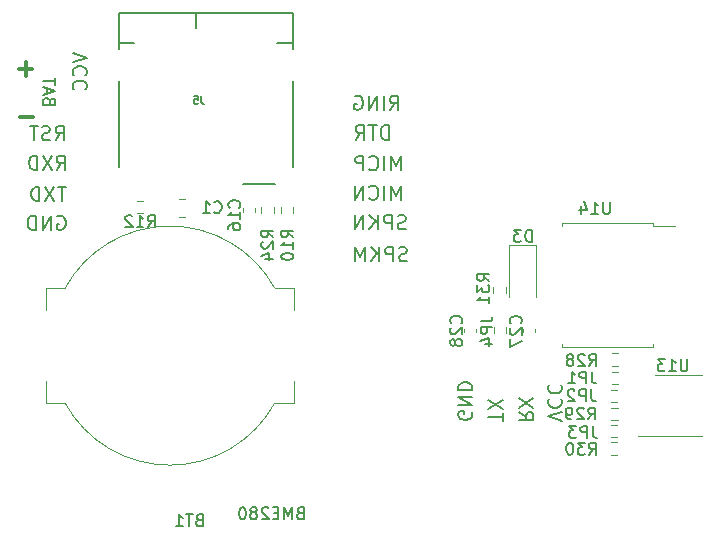
<source format=gbr>
%TF.GenerationSoftware,KiCad,Pcbnew,8.0.6*%
%TF.CreationDate,2024-11-01T17:42:55+02:00*%
%TF.ProjectId,gps_tracer,6770735f-7472-4616-9365-722e6b696361,rev?*%
%TF.SameCoordinates,Original*%
%TF.FileFunction,Legend,Bot*%
%TF.FilePolarity,Positive*%
%FSLAX46Y46*%
G04 Gerber Fmt 4.6, Leading zero omitted, Abs format (unit mm)*
G04 Created by KiCad (PCBNEW 8.0.6) date 2024-11-01 17:42:55*
%MOMM*%
%LPD*%
G01*
G04 APERTURE LIST*
%ADD10C,0.150000*%
%ADD11C,0.300000*%
%ADD12C,0.200000*%
%ADD13C,0.120000*%
G04 APERTURE END LIST*
D10*
X52083990Y-44409887D02*
X52036371Y-44267030D01*
X52036371Y-44267030D02*
X51988752Y-44219411D01*
X51988752Y-44219411D02*
X51893514Y-44171792D01*
X51893514Y-44171792D02*
X51750657Y-44171792D01*
X51750657Y-44171792D02*
X51655419Y-44219411D01*
X51655419Y-44219411D02*
X51607800Y-44267030D01*
X51607800Y-44267030D02*
X51560180Y-44362268D01*
X51560180Y-44362268D02*
X51560180Y-44743220D01*
X51560180Y-44743220D02*
X52560180Y-44743220D01*
X52560180Y-44743220D02*
X52560180Y-44409887D01*
X52560180Y-44409887D02*
X52512561Y-44314649D01*
X52512561Y-44314649D02*
X52464942Y-44267030D01*
X52464942Y-44267030D02*
X52369704Y-44219411D01*
X52369704Y-44219411D02*
X52274466Y-44219411D01*
X52274466Y-44219411D02*
X52179228Y-44267030D01*
X52179228Y-44267030D02*
X52131609Y-44314649D01*
X52131609Y-44314649D02*
X52083990Y-44409887D01*
X52083990Y-44409887D02*
X52083990Y-44743220D01*
X51845895Y-43790839D02*
X51845895Y-43314649D01*
X51560180Y-43886077D02*
X52560180Y-43552744D01*
X52560180Y-43552744D02*
X51560180Y-43219411D01*
X52560180Y-43028934D02*
X52560180Y-42457506D01*
X51560180Y-42743220D02*
X52560180Y-42743220D01*
D11*
X50635489Y-41719400D02*
X49492632Y-41719400D01*
X50064060Y-42290828D02*
X50064060Y-41147971D01*
X50705489Y-45749400D02*
X49562632Y-45749400D01*
D10*
X73270952Y-79301009D02*
X73128095Y-79348628D01*
X73128095Y-79348628D02*
X73080476Y-79396247D01*
X73080476Y-79396247D02*
X73032857Y-79491485D01*
X73032857Y-79491485D02*
X73032857Y-79634342D01*
X73032857Y-79634342D02*
X73080476Y-79729580D01*
X73080476Y-79729580D02*
X73128095Y-79777200D01*
X73128095Y-79777200D02*
X73223333Y-79824819D01*
X73223333Y-79824819D02*
X73604285Y-79824819D01*
X73604285Y-79824819D02*
X73604285Y-78824819D01*
X73604285Y-78824819D02*
X73270952Y-78824819D01*
X73270952Y-78824819D02*
X73175714Y-78872438D01*
X73175714Y-78872438D02*
X73128095Y-78920057D01*
X73128095Y-78920057D02*
X73080476Y-79015295D01*
X73080476Y-79015295D02*
X73080476Y-79110533D01*
X73080476Y-79110533D02*
X73128095Y-79205771D01*
X73128095Y-79205771D02*
X73175714Y-79253390D01*
X73175714Y-79253390D02*
X73270952Y-79301009D01*
X73270952Y-79301009D02*
X73604285Y-79301009D01*
X72604285Y-79824819D02*
X72604285Y-78824819D01*
X72604285Y-78824819D02*
X72270952Y-79539104D01*
X72270952Y-79539104D02*
X71937619Y-78824819D01*
X71937619Y-78824819D02*
X71937619Y-79824819D01*
X71461428Y-79301009D02*
X71128095Y-79301009D01*
X70985238Y-79824819D02*
X71461428Y-79824819D01*
X71461428Y-79824819D02*
X71461428Y-78824819D01*
X71461428Y-78824819D02*
X70985238Y-78824819D01*
X70604285Y-78920057D02*
X70556666Y-78872438D01*
X70556666Y-78872438D02*
X70461428Y-78824819D01*
X70461428Y-78824819D02*
X70223333Y-78824819D01*
X70223333Y-78824819D02*
X70128095Y-78872438D01*
X70128095Y-78872438D02*
X70080476Y-78920057D01*
X70080476Y-78920057D02*
X70032857Y-79015295D01*
X70032857Y-79015295D02*
X70032857Y-79110533D01*
X70032857Y-79110533D02*
X70080476Y-79253390D01*
X70080476Y-79253390D02*
X70651904Y-79824819D01*
X70651904Y-79824819D02*
X70032857Y-79824819D01*
X69461428Y-79253390D02*
X69556666Y-79205771D01*
X69556666Y-79205771D02*
X69604285Y-79158152D01*
X69604285Y-79158152D02*
X69651904Y-79062914D01*
X69651904Y-79062914D02*
X69651904Y-79015295D01*
X69651904Y-79015295D02*
X69604285Y-78920057D01*
X69604285Y-78920057D02*
X69556666Y-78872438D01*
X69556666Y-78872438D02*
X69461428Y-78824819D01*
X69461428Y-78824819D02*
X69270952Y-78824819D01*
X69270952Y-78824819D02*
X69175714Y-78872438D01*
X69175714Y-78872438D02*
X69128095Y-78920057D01*
X69128095Y-78920057D02*
X69080476Y-79015295D01*
X69080476Y-79015295D02*
X69080476Y-79062914D01*
X69080476Y-79062914D02*
X69128095Y-79158152D01*
X69128095Y-79158152D02*
X69175714Y-79205771D01*
X69175714Y-79205771D02*
X69270952Y-79253390D01*
X69270952Y-79253390D02*
X69461428Y-79253390D01*
X69461428Y-79253390D02*
X69556666Y-79301009D01*
X69556666Y-79301009D02*
X69604285Y-79348628D01*
X69604285Y-79348628D02*
X69651904Y-79443866D01*
X69651904Y-79443866D02*
X69651904Y-79634342D01*
X69651904Y-79634342D02*
X69604285Y-79729580D01*
X69604285Y-79729580D02*
X69556666Y-79777200D01*
X69556666Y-79777200D02*
X69461428Y-79824819D01*
X69461428Y-79824819D02*
X69270952Y-79824819D01*
X69270952Y-79824819D02*
X69175714Y-79777200D01*
X69175714Y-79777200D02*
X69128095Y-79729580D01*
X69128095Y-79729580D02*
X69080476Y-79634342D01*
X69080476Y-79634342D02*
X69080476Y-79443866D01*
X69080476Y-79443866D02*
X69128095Y-79348628D01*
X69128095Y-79348628D02*
X69175714Y-79301009D01*
X69175714Y-79301009D02*
X69270952Y-79253390D01*
X68461428Y-78824819D02*
X68366190Y-78824819D01*
X68366190Y-78824819D02*
X68270952Y-78872438D01*
X68270952Y-78872438D02*
X68223333Y-78920057D01*
X68223333Y-78920057D02*
X68175714Y-79015295D01*
X68175714Y-79015295D02*
X68128095Y-79205771D01*
X68128095Y-79205771D02*
X68128095Y-79443866D01*
X68128095Y-79443866D02*
X68175714Y-79634342D01*
X68175714Y-79634342D02*
X68223333Y-79729580D01*
X68223333Y-79729580D02*
X68270952Y-79777200D01*
X68270952Y-79777200D02*
X68366190Y-79824819D01*
X68366190Y-79824819D02*
X68461428Y-79824819D01*
X68461428Y-79824819D02*
X68556666Y-79777200D01*
X68556666Y-79777200D02*
X68604285Y-79729580D01*
X68604285Y-79729580D02*
X68651904Y-79634342D01*
X68651904Y-79634342D02*
X68699523Y-79443866D01*
X68699523Y-79443866D02*
X68699523Y-79205771D01*
X68699523Y-79205771D02*
X68651904Y-79015295D01*
X68651904Y-79015295D02*
X68604285Y-78920057D01*
X68604285Y-78920057D02*
X68556666Y-78872438D01*
X68556666Y-78872438D02*
X68461428Y-78824819D01*
D12*
X52754136Y-54199885D02*
X52868422Y-54142742D01*
X52868422Y-54142742D02*
X53039850Y-54142742D01*
X53039850Y-54142742D02*
X53211279Y-54199885D01*
X53211279Y-54199885D02*
X53325564Y-54314171D01*
X53325564Y-54314171D02*
X53382707Y-54428457D01*
X53382707Y-54428457D02*
X53439850Y-54657028D01*
X53439850Y-54657028D02*
X53439850Y-54828457D01*
X53439850Y-54828457D02*
X53382707Y-55057028D01*
X53382707Y-55057028D02*
X53325564Y-55171314D01*
X53325564Y-55171314D02*
X53211279Y-55285600D01*
X53211279Y-55285600D02*
X53039850Y-55342742D01*
X53039850Y-55342742D02*
X52925564Y-55342742D01*
X52925564Y-55342742D02*
X52754136Y-55285600D01*
X52754136Y-55285600D02*
X52696993Y-55228457D01*
X52696993Y-55228457D02*
X52696993Y-54828457D01*
X52696993Y-54828457D02*
X52925564Y-54828457D01*
X52182707Y-55342742D02*
X52182707Y-54142742D01*
X52182707Y-54142742D02*
X51496993Y-55342742D01*
X51496993Y-55342742D02*
X51496993Y-54142742D01*
X50925564Y-55342742D02*
X50925564Y-54142742D01*
X50925564Y-54142742D02*
X50639850Y-54142742D01*
X50639850Y-54142742D02*
X50468421Y-54199885D01*
X50468421Y-54199885D02*
X50354136Y-54314171D01*
X50354136Y-54314171D02*
X50296993Y-54428457D01*
X50296993Y-54428457D02*
X50239850Y-54657028D01*
X50239850Y-54657028D02*
X50239850Y-54828457D01*
X50239850Y-54828457D02*
X50296993Y-55057028D01*
X50296993Y-55057028D02*
X50354136Y-55171314D01*
X50354136Y-55171314D02*
X50468421Y-55285600D01*
X50468421Y-55285600D02*
X50639850Y-55342742D01*
X50639850Y-55342742D02*
X50925564Y-55342742D01*
X52696993Y-50242742D02*
X53096993Y-49671314D01*
X53382707Y-50242742D02*
X53382707Y-49042742D01*
X53382707Y-49042742D02*
X52925564Y-49042742D01*
X52925564Y-49042742D02*
X52811279Y-49099885D01*
X52811279Y-49099885D02*
X52754136Y-49157028D01*
X52754136Y-49157028D02*
X52696993Y-49271314D01*
X52696993Y-49271314D02*
X52696993Y-49442742D01*
X52696993Y-49442742D02*
X52754136Y-49557028D01*
X52754136Y-49557028D02*
X52811279Y-49614171D01*
X52811279Y-49614171D02*
X52925564Y-49671314D01*
X52925564Y-49671314D02*
X53382707Y-49671314D01*
X52296993Y-49042742D02*
X51496993Y-50242742D01*
X51496993Y-49042742D02*
X52296993Y-50242742D01*
X51039850Y-50242742D02*
X51039850Y-49042742D01*
X51039850Y-49042742D02*
X50754136Y-49042742D01*
X50754136Y-49042742D02*
X50582707Y-49099885D01*
X50582707Y-49099885D02*
X50468422Y-49214171D01*
X50468422Y-49214171D02*
X50411279Y-49328457D01*
X50411279Y-49328457D02*
X50354136Y-49557028D01*
X50354136Y-49557028D02*
X50354136Y-49728457D01*
X50354136Y-49728457D02*
X50411279Y-49957028D01*
X50411279Y-49957028D02*
X50468422Y-50071314D01*
X50468422Y-50071314D02*
X50582707Y-50185600D01*
X50582707Y-50185600D02*
X50754136Y-50242742D01*
X50754136Y-50242742D02*
X51039850Y-50242742D01*
X54042742Y-40355863D02*
X55242742Y-40755863D01*
X55242742Y-40755863D02*
X54042742Y-41155863D01*
X55128457Y-42241577D02*
X55185600Y-42184434D01*
X55185600Y-42184434D02*
X55242742Y-42013006D01*
X55242742Y-42013006D02*
X55242742Y-41898720D01*
X55242742Y-41898720D02*
X55185600Y-41727291D01*
X55185600Y-41727291D02*
X55071314Y-41613006D01*
X55071314Y-41613006D02*
X54957028Y-41555863D01*
X54957028Y-41555863D02*
X54728457Y-41498720D01*
X54728457Y-41498720D02*
X54557028Y-41498720D01*
X54557028Y-41498720D02*
X54328457Y-41555863D01*
X54328457Y-41555863D02*
X54214171Y-41613006D01*
X54214171Y-41613006D02*
X54099885Y-41727291D01*
X54099885Y-41727291D02*
X54042742Y-41898720D01*
X54042742Y-41898720D02*
X54042742Y-42013006D01*
X54042742Y-42013006D02*
X54099885Y-42184434D01*
X54099885Y-42184434D02*
X54157028Y-42241577D01*
X55128457Y-43441577D02*
X55185600Y-43384434D01*
X55185600Y-43384434D02*
X55242742Y-43213006D01*
X55242742Y-43213006D02*
X55242742Y-43098720D01*
X55242742Y-43098720D02*
X55185600Y-42927291D01*
X55185600Y-42927291D02*
X55071314Y-42813006D01*
X55071314Y-42813006D02*
X54957028Y-42755863D01*
X54957028Y-42755863D02*
X54728457Y-42698720D01*
X54728457Y-42698720D02*
X54557028Y-42698720D01*
X54557028Y-42698720D02*
X54328457Y-42755863D01*
X54328457Y-42755863D02*
X54214171Y-42813006D01*
X54214171Y-42813006D02*
X54099885Y-42927291D01*
X54099885Y-42927291D02*
X54042742Y-43098720D01*
X54042742Y-43098720D02*
X54042742Y-43213006D01*
X54042742Y-43213006D02*
X54099885Y-43384434D01*
X54099885Y-43384434D02*
X54157028Y-43441577D01*
X80802707Y-47682742D02*
X80802707Y-46482742D01*
X80802707Y-46482742D02*
X80516993Y-46482742D01*
X80516993Y-46482742D02*
X80345564Y-46539885D01*
X80345564Y-46539885D02*
X80231279Y-46654171D01*
X80231279Y-46654171D02*
X80174136Y-46768457D01*
X80174136Y-46768457D02*
X80116993Y-46997028D01*
X80116993Y-46997028D02*
X80116993Y-47168457D01*
X80116993Y-47168457D02*
X80174136Y-47397028D01*
X80174136Y-47397028D02*
X80231279Y-47511314D01*
X80231279Y-47511314D02*
X80345564Y-47625600D01*
X80345564Y-47625600D02*
X80516993Y-47682742D01*
X80516993Y-47682742D02*
X80802707Y-47682742D01*
X79774136Y-46482742D02*
X79088422Y-46482742D01*
X79431279Y-47682742D02*
X79431279Y-46482742D01*
X78002707Y-47682742D02*
X78402707Y-47111314D01*
X78688421Y-47682742D02*
X78688421Y-46482742D01*
X78688421Y-46482742D02*
X78231278Y-46482742D01*
X78231278Y-46482742D02*
X78116993Y-46539885D01*
X78116993Y-46539885D02*
X78059850Y-46597028D01*
X78059850Y-46597028D02*
X78002707Y-46711314D01*
X78002707Y-46711314D02*
X78002707Y-46882742D01*
X78002707Y-46882742D02*
X78059850Y-46997028D01*
X78059850Y-46997028D02*
X78116993Y-47054171D01*
X78116993Y-47054171D02*
X78231278Y-47111314D01*
X78231278Y-47111314D02*
X78688421Y-47111314D01*
X53454136Y-51692742D02*
X52768422Y-51692742D01*
X53111279Y-52892742D02*
X53111279Y-51692742D01*
X52482707Y-51692742D02*
X51682707Y-52892742D01*
X51682707Y-51692742D02*
X52482707Y-52892742D01*
X51225564Y-52892742D02*
X51225564Y-51692742D01*
X51225564Y-51692742D02*
X50939850Y-51692742D01*
X50939850Y-51692742D02*
X50768421Y-51749885D01*
X50768421Y-51749885D02*
X50654136Y-51864171D01*
X50654136Y-51864171D02*
X50596993Y-51978457D01*
X50596993Y-51978457D02*
X50539850Y-52207028D01*
X50539850Y-52207028D02*
X50539850Y-52378457D01*
X50539850Y-52378457D02*
X50596993Y-52607028D01*
X50596993Y-52607028D02*
X50654136Y-52721314D01*
X50654136Y-52721314D02*
X50768421Y-52835600D01*
X50768421Y-52835600D02*
X50939850Y-52892742D01*
X50939850Y-52892742D02*
X51225564Y-52892742D01*
X81802707Y-50282742D02*
X81802707Y-49082742D01*
X81802707Y-49082742D02*
X81402707Y-49939885D01*
X81402707Y-49939885D02*
X81002707Y-49082742D01*
X81002707Y-49082742D02*
X81002707Y-50282742D01*
X80431278Y-50282742D02*
X80431278Y-49082742D01*
X79174135Y-50168457D02*
X79231278Y-50225600D01*
X79231278Y-50225600D02*
X79402706Y-50282742D01*
X79402706Y-50282742D02*
X79516992Y-50282742D01*
X79516992Y-50282742D02*
X79688421Y-50225600D01*
X79688421Y-50225600D02*
X79802706Y-50111314D01*
X79802706Y-50111314D02*
X79859849Y-49997028D01*
X79859849Y-49997028D02*
X79916992Y-49768457D01*
X79916992Y-49768457D02*
X79916992Y-49597028D01*
X79916992Y-49597028D02*
X79859849Y-49368457D01*
X79859849Y-49368457D02*
X79802706Y-49254171D01*
X79802706Y-49254171D02*
X79688421Y-49139885D01*
X79688421Y-49139885D02*
X79516992Y-49082742D01*
X79516992Y-49082742D02*
X79402706Y-49082742D01*
X79402706Y-49082742D02*
X79231278Y-49139885D01*
X79231278Y-49139885D02*
X79174135Y-49197028D01*
X78659849Y-50282742D02*
X78659849Y-49082742D01*
X78659849Y-49082742D02*
X78202706Y-49082742D01*
X78202706Y-49082742D02*
X78088421Y-49139885D01*
X78088421Y-49139885D02*
X78031278Y-49197028D01*
X78031278Y-49197028D02*
X77974135Y-49311314D01*
X77974135Y-49311314D02*
X77974135Y-49482742D01*
X77974135Y-49482742D02*
X78031278Y-49597028D01*
X78031278Y-49597028D02*
X78088421Y-49654171D01*
X78088421Y-49654171D02*
X78202706Y-49711314D01*
X78202706Y-49711314D02*
X78659849Y-49711314D01*
X80916993Y-45182742D02*
X81316993Y-44611314D01*
X81602707Y-45182742D02*
X81602707Y-43982742D01*
X81602707Y-43982742D02*
X81145564Y-43982742D01*
X81145564Y-43982742D02*
X81031279Y-44039885D01*
X81031279Y-44039885D02*
X80974136Y-44097028D01*
X80974136Y-44097028D02*
X80916993Y-44211314D01*
X80916993Y-44211314D02*
X80916993Y-44382742D01*
X80916993Y-44382742D02*
X80974136Y-44497028D01*
X80974136Y-44497028D02*
X81031279Y-44554171D01*
X81031279Y-44554171D02*
X81145564Y-44611314D01*
X81145564Y-44611314D02*
X81602707Y-44611314D01*
X80402707Y-45182742D02*
X80402707Y-43982742D01*
X79831278Y-45182742D02*
X79831278Y-43982742D01*
X79831278Y-43982742D02*
X79145564Y-45182742D01*
X79145564Y-45182742D02*
X79145564Y-43982742D01*
X77945564Y-44039885D02*
X78059850Y-43982742D01*
X78059850Y-43982742D02*
X78231278Y-43982742D01*
X78231278Y-43982742D02*
X78402707Y-44039885D01*
X78402707Y-44039885D02*
X78516992Y-44154171D01*
X78516992Y-44154171D02*
X78574135Y-44268457D01*
X78574135Y-44268457D02*
X78631278Y-44497028D01*
X78631278Y-44497028D02*
X78631278Y-44668457D01*
X78631278Y-44668457D02*
X78574135Y-44897028D01*
X78574135Y-44897028D02*
X78516992Y-45011314D01*
X78516992Y-45011314D02*
X78402707Y-45125600D01*
X78402707Y-45125600D02*
X78231278Y-45182742D01*
X78231278Y-45182742D02*
X78116992Y-45182742D01*
X78116992Y-45182742D02*
X77945564Y-45125600D01*
X77945564Y-45125600D02*
X77888421Y-45068457D01*
X77888421Y-45068457D02*
X77888421Y-44668457D01*
X77888421Y-44668457D02*
X78116992Y-44668457D01*
X82259850Y-55225600D02*
X82088422Y-55282742D01*
X82088422Y-55282742D02*
X81802707Y-55282742D01*
X81802707Y-55282742D02*
X81688422Y-55225600D01*
X81688422Y-55225600D02*
X81631279Y-55168457D01*
X81631279Y-55168457D02*
X81574136Y-55054171D01*
X81574136Y-55054171D02*
X81574136Y-54939885D01*
X81574136Y-54939885D02*
X81631279Y-54825600D01*
X81631279Y-54825600D02*
X81688422Y-54768457D01*
X81688422Y-54768457D02*
X81802707Y-54711314D01*
X81802707Y-54711314D02*
X82031279Y-54654171D01*
X82031279Y-54654171D02*
X82145564Y-54597028D01*
X82145564Y-54597028D02*
X82202707Y-54539885D01*
X82202707Y-54539885D02*
X82259850Y-54425600D01*
X82259850Y-54425600D02*
X82259850Y-54311314D01*
X82259850Y-54311314D02*
X82202707Y-54197028D01*
X82202707Y-54197028D02*
X82145564Y-54139885D01*
X82145564Y-54139885D02*
X82031279Y-54082742D01*
X82031279Y-54082742D02*
X81745564Y-54082742D01*
X81745564Y-54082742D02*
X81574136Y-54139885D01*
X81059850Y-55282742D02*
X81059850Y-54082742D01*
X81059850Y-54082742D02*
X80602707Y-54082742D01*
X80602707Y-54082742D02*
X80488422Y-54139885D01*
X80488422Y-54139885D02*
X80431279Y-54197028D01*
X80431279Y-54197028D02*
X80374136Y-54311314D01*
X80374136Y-54311314D02*
X80374136Y-54482742D01*
X80374136Y-54482742D02*
X80431279Y-54597028D01*
X80431279Y-54597028D02*
X80488422Y-54654171D01*
X80488422Y-54654171D02*
X80602707Y-54711314D01*
X80602707Y-54711314D02*
X81059850Y-54711314D01*
X79859850Y-55282742D02*
X79859850Y-54082742D01*
X79174136Y-55282742D02*
X79688422Y-54597028D01*
X79174136Y-54082742D02*
X79859850Y-54768457D01*
X78659850Y-55282742D02*
X78659850Y-54082742D01*
X78659850Y-54082742D02*
X77974136Y-55282742D01*
X77974136Y-55282742D02*
X77974136Y-54082742D01*
X81802707Y-52782742D02*
X81802707Y-51582742D01*
X81802707Y-51582742D02*
X81402707Y-52439885D01*
X81402707Y-52439885D02*
X81002707Y-51582742D01*
X81002707Y-51582742D02*
X81002707Y-52782742D01*
X80431278Y-52782742D02*
X80431278Y-51582742D01*
X79174135Y-52668457D02*
X79231278Y-52725600D01*
X79231278Y-52725600D02*
X79402706Y-52782742D01*
X79402706Y-52782742D02*
X79516992Y-52782742D01*
X79516992Y-52782742D02*
X79688421Y-52725600D01*
X79688421Y-52725600D02*
X79802706Y-52611314D01*
X79802706Y-52611314D02*
X79859849Y-52497028D01*
X79859849Y-52497028D02*
X79916992Y-52268457D01*
X79916992Y-52268457D02*
X79916992Y-52097028D01*
X79916992Y-52097028D02*
X79859849Y-51868457D01*
X79859849Y-51868457D02*
X79802706Y-51754171D01*
X79802706Y-51754171D02*
X79688421Y-51639885D01*
X79688421Y-51639885D02*
X79516992Y-51582742D01*
X79516992Y-51582742D02*
X79402706Y-51582742D01*
X79402706Y-51582742D02*
X79231278Y-51639885D01*
X79231278Y-51639885D02*
X79174135Y-51697028D01*
X78659849Y-52782742D02*
X78659849Y-51582742D01*
X78659849Y-51582742D02*
X77974135Y-52782742D01*
X77974135Y-52782742D02*
X77974135Y-51582742D01*
X52596993Y-47742742D02*
X52996993Y-47171314D01*
X53282707Y-47742742D02*
X53282707Y-46542742D01*
X53282707Y-46542742D02*
X52825564Y-46542742D01*
X52825564Y-46542742D02*
X52711279Y-46599885D01*
X52711279Y-46599885D02*
X52654136Y-46657028D01*
X52654136Y-46657028D02*
X52596993Y-46771314D01*
X52596993Y-46771314D02*
X52596993Y-46942742D01*
X52596993Y-46942742D02*
X52654136Y-47057028D01*
X52654136Y-47057028D02*
X52711279Y-47114171D01*
X52711279Y-47114171D02*
X52825564Y-47171314D01*
X52825564Y-47171314D02*
X53282707Y-47171314D01*
X52139850Y-47685600D02*
X51968422Y-47742742D01*
X51968422Y-47742742D02*
X51682707Y-47742742D01*
X51682707Y-47742742D02*
X51568422Y-47685600D01*
X51568422Y-47685600D02*
X51511279Y-47628457D01*
X51511279Y-47628457D02*
X51454136Y-47514171D01*
X51454136Y-47514171D02*
X51454136Y-47399885D01*
X51454136Y-47399885D02*
X51511279Y-47285600D01*
X51511279Y-47285600D02*
X51568422Y-47228457D01*
X51568422Y-47228457D02*
X51682707Y-47171314D01*
X51682707Y-47171314D02*
X51911279Y-47114171D01*
X51911279Y-47114171D02*
X52025564Y-47057028D01*
X52025564Y-47057028D02*
X52082707Y-46999885D01*
X52082707Y-46999885D02*
X52139850Y-46885600D01*
X52139850Y-46885600D02*
X52139850Y-46771314D01*
X52139850Y-46771314D02*
X52082707Y-46657028D01*
X52082707Y-46657028D02*
X52025564Y-46599885D01*
X52025564Y-46599885D02*
X51911279Y-46542742D01*
X51911279Y-46542742D02*
X51625564Y-46542742D01*
X51625564Y-46542742D02*
X51454136Y-46599885D01*
X51111279Y-46542742D02*
X50425565Y-46542742D01*
X50768422Y-47742742D02*
X50768422Y-46542742D01*
X82359850Y-57925600D02*
X82188422Y-57982742D01*
X82188422Y-57982742D02*
X81902707Y-57982742D01*
X81902707Y-57982742D02*
X81788422Y-57925600D01*
X81788422Y-57925600D02*
X81731279Y-57868457D01*
X81731279Y-57868457D02*
X81674136Y-57754171D01*
X81674136Y-57754171D02*
X81674136Y-57639885D01*
X81674136Y-57639885D02*
X81731279Y-57525600D01*
X81731279Y-57525600D02*
X81788422Y-57468457D01*
X81788422Y-57468457D02*
X81902707Y-57411314D01*
X81902707Y-57411314D02*
X82131279Y-57354171D01*
X82131279Y-57354171D02*
X82245564Y-57297028D01*
X82245564Y-57297028D02*
X82302707Y-57239885D01*
X82302707Y-57239885D02*
X82359850Y-57125600D01*
X82359850Y-57125600D02*
X82359850Y-57011314D01*
X82359850Y-57011314D02*
X82302707Y-56897028D01*
X82302707Y-56897028D02*
X82245564Y-56839885D01*
X82245564Y-56839885D02*
X82131279Y-56782742D01*
X82131279Y-56782742D02*
X81845564Y-56782742D01*
X81845564Y-56782742D02*
X81674136Y-56839885D01*
X81159850Y-57982742D02*
X81159850Y-56782742D01*
X81159850Y-56782742D02*
X80702707Y-56782742D01*
X80702707Y-56782742D02*
X80588422Y-56839885D01*
X80588422Y-56839885D02*
X80531279Y-56897028D01*
X80531279Y-56897028D02*
X80474136Y-57011314D01*
X80474136Y-57011314D02*
X80474136Y-57182742D01*
X80474136Y-57182742D02*
X80531279Y-57297028D01*
X80531279Y-57297028D02*
X80588422Y-57354171D01*
X80588422Y-57354171D02*
X80702707Y-57411314D01*
X80702707Y-57411314D02*
X81159850Y-57411314D01*
X79959850Y-57982742D02*
X79959850Y-56782742D01*
X79274136Y-57982742D02*
X79788422Y-57297028D01*
X79274136Y-56782742D02*
X79959850Y-57468457D01*
X78759850Y-57982742D02*
X78759850Y-56782742D01*
X78759850Y-56782742D02*
X78359850Y-57639885D01*
X78359850Y-57639885D02*
X77959850Y-56782742D01*
X77959850Y-56782742D02*
X77959850Y-57982742D01*
X91857257Y-70776993D02*
X92428685Y-71176993D01*
X91857257Y-71462707D02*
X93057257Y-71462707D01*
X93057257Y-71462707D02*
X93057257Y-71005564D01*
X93057257Y-71005564D02*
X93000114Y-70891279D01*
X93000114Y-70891279D02*
X92942971Y-70834136D01*
X92942971Y-70834136D02*
X92828685Y-70776993D01*
X92828685Y-70776993D02*
X92657257Y-70776993D01*
X92657257Y-70776993D02*
X92542971Y-70834136D01*
X92542971Y-70834136D02*
X92485828Y-70891279D01*
X92485828Y-70891279D02*
X92428685Y-71005564D01*
X92428685Y-71005564D02*
X92428685Y-71462707D01*
X93057257Y-70376993D02*
X91857257Y-69576993D01*
X93057257Y-69576993D02*
X91857257Y-70376993D01*
X87830114Y-70754136D02*
X87887257Y-70868422D01*
X87887257Y-70868422D02*
X87887257Y-71039850D01*
X87887257Y-71039850D02*
X87830114Y-71211279D01*
X87830114Y-71211279D02*
X87715828Y-71325564D01*
X87715828Y-71325564D02*
X87601542Y-71382707D01*
X87601542Y-71382707D02*
X87372971Y-71439850D01*
X87372971Y-71439850D02*
X87201542Y-71439850D01*
X87201542Y-71439850D02*
X86972971Y-71382707D01*
X86972971Y-71382707D02*
X86858685Y-71325564D01*
X86858685Y-71325564D02*
X86744400Y-71211279D01*
X86744400Y-71211279D02*
X86687257Y-71039850D01*
X86687257Y-71039850D02*
X86687257Y-70925564D01*
X86687257Y-70925564D02*
X86744400Y-70754136D01*
X86744400Y-70754136D02*
X86801542Y-70696993D01*
X86801542Y-70696993D02*
X87201542Y-70696993D01*
X87201542Y-70696993D02*
X87201542Y-70925564D01*
X86687257Y-70182707D02*
X87887257Y-70182707D01*
X87887257Y-70182707D02*
X86687257Y-69496993D01*
X86687257Y-69496993D02*
X87887257Y-69496993D01*
X86687257Y-68925564D02*
X87887257Y-68925564D01*
X87887257Y-68925564D02*
X87887257Y-68639850D01*
X87887257Y-68639850D02*
X87830114Y-68468421D01*
X87830114Y-68468421D02*
X87715828Y-68354136D01*
X87715828Y-68354136D02*
X87601542Y-68296993D01*
X87601542Y-68296993D02*
X87372971Y-68239850D01*
X87372971Y-68239850D02*
X87201542Y-68239850D01*
X87201542Y-68239850D02*
X86972971Y-68296993D01*
X86972971Y-68296993D02*
X86858685Y-68354136D01*
X86858685Y-68354136D02*
X86744400Y-68468421D01*
X86744400Y-68468421D02*
X86687257Y-68639850D01*
X86687257Y-68639850D02*
X86687257Y-68925564D01*
X95487257Y-71514136D02*
X94287257Y-71114136D01*
X94287257Y-71114136D02*
X95487257Y-70714136D01*
X94401542Y-69628422D02*
X94344400Y-69685565D01*
X94344400Y-69685565D02*
X94287257Y-69856993D01*
X94287257Y-69856993D02*
X94287257Y-69971279D01*
X94287257Y-69971279D02*
X94344400Y-70142708D01*
X94344400Y-70142708D02*
X94458685Y-70256993D01*
X94458685Y-70256993D02*
X94572971Y-70314136D01*
X94572971Y-70314136D02*
X94801542Y-70371279D01*
X94801542Y-70371279D02*
X94972971Y-70371279D01*
X94972971Y-70371279D02*
X95201542Y-70314136D01*
X95201542Y-70314136D02*
X95315828Y-70256993D01*
X95315828Y-70256993D02*
X95430114Y-70142708D01*
X95430114Y-70142708D02*
X95487257Y-69971279D01*
X95487257Y-69971279D02*
X95487257Y-69856993D01*
X95487257Y-69856993D02*
X95430114Y-69685565D01*
X95430114Y-69685565D02*
X95372971Y-69628422D01*
X94401542Y-68428422D02*
X94344400Y-68485565D01*
X94344400Y-68485565D02*
X94287257Y-68656993D01*
X94287257Y-68656993D02*
X94287257Y-68771279D01*
X94287257Y-68771279D02*
X94344400Y-68942708D01*
X94344400Y-68942708D02*
X94458685Y-69056993D01*
X94458685Y-69056993D02*
X94572971Y-69114136D01*
X94572971Y-69114136D02*
X94801542Y-69171279D01*
X94801542Y-69171279D02*
X94972971Y-69171279D01*
X94972971Y-69171279D02*
X95201542Y-69114136D01*
X95201542Y-69114136D02*
X95315828Y-69056993D01*
X95315828Y-69056993D02*
X95430114Y-68942708D01*
X95430114Y-68942708D02*
X95487257Y-68771279D01*
X95487257Y-68771279D02*
X95487257Y-68656993D01*
X95487257Y-68656993D02*
X95430114Y-68485565D01*
X95430114Y-68485565D02*
X95372971Y-68428422D01*
X90437257Y-71484136D02*
X90437257Y-70798422D01*
X89237257Y-71141279D02*
X90437257Y-71141279D01*
X90437257Y-70512707D02*
X89237257Y-69712707D01*
X90437257Y-69712707D02*
X89237257Y-70512707D01*
D10*
X97692857Y-71374819D02*
X98026190Y-70898628D01*
X98264285Y-71374819D02*
X98264285Y-70374819D01*
X98264285Y-70374819D02*
X97883333Y-70374819D01*
X97883333Y-70374819D02*
X97788095Y-70422438D01*
X97788095Y-70422438D02*
X97740476Y-70470057D01*
X97740476Y-70470057D02*
X97692857Y-70565295D01*
X97692857Y-70565295D02*
X97692857Y-70708152D01*
X97692857Y-70708152D02*
X97740476Y-70803390D01*
X97740476Y-70803390D02*
X97788095Y-70851009D01*
X97788095Y-70851009D02*
X97883333Y-70898628D01*
X97883333Y-70898628D02*
X98264285Y-70898628D01*
X97311904Y-70470057D02*
X97264285Y-70422438D01*
X97264285Y-70422438D02*
X97169047Y-70374819D01*
X97169047Y-70374819D02*
X96930952Y-70374819D01*
X96930952Y-70374819D02*
X96835714Y-70422438D01*
X96835714Y-70422438D02*
X96788095Y-70470057D01*
X96788095Y-70470057D02*
X96740476Y-70565295D01*
X96740476Y-70565295D02*
X96740476Y-70660533D01*
X96740476Y-70660533D02*
X96788095Y-70803390D01*
X96788095Y-70803390D02*
X97359523Y-71374819D01*
X97359523Y-71374819D02*
X96740476Y-71374819D01*
X96264285Y-71374819D02*
X96073809Y-71374819D01*
X96073809Y-71374819D02*
X95978571Y-71327200D01*
X95978571Y-71327200D02*
X95930952Y-71279580D01*
X95930952Y-71279580D02*
X95835714Y-71136723D01*
X95835714Y-71136723D02*
X95788095Y-70946247D01*
X95788095Y-70946247D02*
X95788095Y-70565295D01*
X95788095Y-70565295D02*
X95835714Y-70470057D01*
X95835714Y-70470057D02*
X95883333Y-70422438D01*
X95883333Y-70422438D02*
X95978571Y-70374819D01*
X95978571Y-70374819D02*
X96169047Y-70374819D01*
X96169047Y-70374819D02*
X96264285Y-70422438D01*
X96264285Y-70422438D02*
X96311904Y-70470057D01*
X96311904Y-70470057D02*
X96359523Y-70565295D01*
X96359523Y-70565295D02*
X96359523Y-70803390D01*
X96359523Y-70803390D02*
X96311904Y-70898628D01*
X96311904Y-70898628D02*
X96264285Y-70946247D01*
X96264285Y-70946247D02*
X96169047Y-70993866D01*
X96169047Y-70993866D02*
X95978571Y-70993866D01*
X95978571Y-70993866D02*
X95883333Y-70946247D01*
X95883333Y-70946247D02*
X95835714Y-70898628D01*
X95835714Y-70898628D02*
X95788095Y-70803390D01*
X98003333Y-67334819D02*
X98003333Y-68049104D01*
X98003333Y-68049104D02*
X98050952Y-68191961D01*
X98050952Y-68191961D02*
X98146190Y-68287200D01*
X98146190Y-68287200D02*
X98289047Y-68334819D01*
X98289047Y-68334819D02*
X98384285Y-68334819D01*
X97527142Y-68334819D02*
X97527142Y-67334819D01*
X97527142Y-67334819D02*
X97146190Y-67334819D01*
X97146190Y-67334819D02*
X97050952Y-67382438D01*
X97050952Y-67382438D02*
X97003333Y-67430057D01*
X97003333Y-67430057D02*
X96955714Y-67525295D01*
X96955714Y-67525295D02*
X96955714Y-67668152D01*
X96955714Y-67668152D02*
X97003333Y-67763390D01*
X97003333Y-67763390D02*
X97050952Y-67811009D01*
X97050952Y-67811009D02*
X97146190Y-67858628D01*
X97146190Y-67858628D02*
X97527142Y-67858628D01*
X96003333Y-68334819D02*
X96574761Y-68334819D01*
X96289047Y-68334819D02*
X96289047Y-67334819D01*
X96289047Y-67334819D02*
X96384285Y-67477676D01*
X96384285Y-67477676D02*
X96479523Y-67572914D01*
X96479523Y-67572914D02*
X96574761Y-67620533D01*
X106098094Y-66294819D02*
X106098094Y-67104342D01*
X106098094Y-67104342D02*
X106050475Y-67199580D01*
X106050475Y-67199580D02*
X106002856Y-67247200D01*
X106002856Y-67247200D02*
X105907618Y-67294819D01*
X105907618Y-67294819D02*
X105717142Y-67294819D01*
X105717142Y-67294819D02*
X105621904Y-67247200D01*
X105621904Y-67247200D02*
X105574285Y-67199580D01*
X105574285Y-67199580D02*
X105526666Y-67104342D01*
X105526666Y-67104342D02*
X105526666Y-66294819D01*
X104526666Y-67294819D02*
X105098094Y-67294819D01*
X104812380Y-67294819D02*
X104812380Y-66294819D01*
X104812380Y-66294819D02*
X104907618Y-66437676D01*
X104907618Y-66437676D02*
X105002856Y-66532914D01*
X105002856Y-66532914D02*
X105098094Y-66580533D01*
X104193332Y-66294819D02*
X103574285Y-66294819D01*
X103574285Y-66294819D02*
X103907618Y-66675771D01*
X103907618Y-66675771D02*
X103764761Y-66675771D01*
X103764761Y-66675771D02*
X103669523Y-66723390D01*
X103669523Y-66723390D02*
X103621904Y-66771009D01*
X103621904Y-66771009D02*
X103574285Y-66866247D01*
X103574285Y-66866247D02*
X103574285Y-67104342D01*
X103574285Y-67104342D02*
X103621904Y-67199580D01*
X103621904Y-67199580D02*
X103669523Y-67247200D01*
X103669523Y-67247200D02*
X103764761Y-67294819D01*
X103764761Y-67294819D02*
X104050475Y-67294819D01*
X104050475Y-67294819D02*
X104145713Y-67247200D01*
X104145713Y-67247200D02*
X104193332Y-67199580D01*
X72714819Y-55967142D02*
X72238628Y-55633809D01*
X72714819Y-55395714D02*
X71714819Y-55395714D01*
X71714819Y-55395714D02*
X71714819Y-55776666D01*
X71714819Y-55776666D02*
X71762438Y-55871904D01*
X71762438Y-55871904D02*
X71810057Y-55919523D01*
X71810057Y-55919523D02*
X71905295Y-55967142D01*
X71905295Y-55967142D02*
X72048152Y-55967142D01*
X72048152Y-55967142D02*
X72143390Y-55919523D01*
X72143390Y-55919523D02*
X72191009Y-55871904D01*
X72191009Y-55871904D02*
X72238628Y-55776666D01*
X72238628Y-55776666D02*
X72238628Y-55395714D01*
X72714819Y-56919523D02*
X72714819Y-56348095D01*
X72714819Y-56633809D02*
X71714819Y-56633809D01*
X71714819Y-56633809D02*
X71857676Y-56538571D01*
X71857676Y-56538571D02*
X71952914Y-56443333D01*
X71952914Y-56443333D02*
X72000533Y-56348095D01*
X71714819Y-57538571D02*
X71714819Y-57633809D01*
X71714819Y-57633809D02*
X71762438Y-57729047D01*
X71762438Y-57729047D02*
X71810057Y-57776666D01*
X71810057Y-57776666D02*
X71905295Y-57824285D01*
X71905295Y-57824285D02*
X72095771Y-57871904D01*
X72095771Y-57871904D02*
X72333866Y-57871904D01*
X72333866Y-57871904D02*
X72524342Y-57824285D01*
X72524342Y-57824285D02*
X72619580Y-57776666D01*
X72619580Y-57776666D02*
X72667200Y-57729047D01*
X72667200Y-57729047D02*
X72714819Y-57633809D01*
X72714819Y-57633809D02*
X72714819Y-57538571D01*
X72714819Y-57538571D02*
X72667200Y-57443333D01*
X72667200Y-57443333D02*
X72619580Y-57395714D01*
X72619580Y-57395714D02*
X72524342Y-57348095D01*
X72524342Y-57348095D02*
X72333866Y-57300476D01*
X72333866Y-57300476D02*
X72095771Y-57300476D01*
X72095771Y-57300476D02*
X71905295Y-57348095D01*
X71905295Y-57348095D02*
X71810057Y-57395714D01*
X71810057Y-57395714D02*
X71762438Y-57443333D01*
X71762438Y-57443333D02*
X71714819Y-57538571D01*
X89314819Y-59657142D02*
X88838628Y-59323809D01*
X89314819Y-59085714D02*
X88314819Y-59085714D01*
X88314819Y-59085714D02*
X88314819Y-59466666D01*
X88314819Y-59466666D02*
X88362438Y-59561904D01*
X88362438Y-59561904D02*
X88410057Y-59609523D01*
X88410057Y-59609523D02*
X88505295Y-59657142D01*
X88505295Y-59657142D02*
X88648152Y-59657142D01*
X88648152Y-59657142D02*
X88743390Y-59609523D01*
X88743390Y-59609523D02*
X88791009Y-59561904D01*
X88791009Y-59561904D02*
X88838628Y-59466666D01*
X88838628Y-59466666D02*
X88838628Y-59085714D01*
X88314819Y-59990476D02*
X88314819Y-60609523D01*
X88314819Y-60609523D02*
X88695771Y-60276190D01*
X88695771Y-60276190D02*
X88695771Y-60419047D01*
X88695771Y-60419047D02*
X88743390Y-60514285D01*
X88743390Y-60514285D02*
X88791009Y-60561904D01*
X88791009Y-60561904D02*
X88886247Y-60609523D01*
X88886247Y-60609523D02*
X89124342Y-60609523D01*
X89124342Y-60609523D02*
X89219580Y-60561904D01*
X89219580Y-60561904D02*
X89267200Y-60514285D01*
X89267200Y-60514285D02*
X89314819Y-60419047D01*
X89314819Y-60419047D02*
X89314819Y-60133333D01*
X89314819Y-60133333D02*
X89267200Y-60038095D01*
X89267200Y-60038095D02*
X89219580Y-59990476D01*
X89314819Y-61561904D02*
X89314819Y-60990476D01*
X89314819Y-61276190D02*
X88314819Y-61276190D01*
X88314819Y-61276190D02*
X88457676Y-61180952D01*
X88457676Y-61180952D02*
X88552914Y-61085714D01*
X88552914Y-61085714D02*
X88600533Y-60990476D01*
X68139580Y-53447142D02*
X68187200Y-53399523D01*
X68187200Y-53399523D02*
X68234819Y-53256666D01*
X68234819Y-53256666D02*
X68234819Y-53161428D01*
X68234819Y-53161428D02*
X68187200Y-53018571D01*
X68187200Y-53018571D02*
X68091961Y-52923333D01*
X68091961Y-52923333D02*
X67996723Y-52875714D01*
X67996723Y-52875714D02*
X67806247Y-52828095D01*
X67806247Y-52828095D02*
X67663390Y-52828095D01*
X67663390Y-52828095D02*
X67472914Y-52875714D01*
X67472914Y-52875714D02*
X67377676Y-52923333D01*
X67377676Y-52923333D02*
X67282438Y-53018571D01*
X67282438Y-53018571D02*
X67234819Y-53161428D01*
X67234819Y-53161428D02*
X67234819Y-53256666D01*
X67234819Y-53256666D02*
X67282438Y-53399523D01*
X67282438Y-53399523D02*
X67330057Y-53447142D01*
X68234819Y-54399523D02*
X68234819Y-53828095D01*
X68234819Y-54113809D02*
X67234819Y-54113809D01*
X67234819Y-54113809D02*
X67377676Y-54018571D01*
X67377676Y-54018571D02*
X67472914Y-53923333D01*
X67472914Y-53923333D02*
X67520533Y-53828095D01*
X67234819Y-55256666D02*
X67234819Y-55066190D01*
X67234819Y-55066190D02*
X67282438Y-54970952D01*
X67282438Y-54970952D02*
X67330057Y-54923333D01*
X67330057Y-54923333D02*
X67472914Y-54828095D01*
X67472914Y-54828095D02*
X67663390Y-54780476D01*
X67663390Y-54780476D02*
X68044342Y-54780476D01*
X68044342Y-54780476D02*
X68139580Y-54828095D01*
X68139580Y-54828095D02*
X68187200Y-54875714D01*
X68187200Y-54875714D02*
X68234819Y-54970952D01*
X68234819Y-54970952D02*
X68234819Y-55161428D01*
X68234819Y-55161428D02*
X68187200Y-55256666D01*
X68187200Y-55256666D02*
X68139580Y-55304285D01*
X68139580Y-55304285D02*
X68044342Y-55351904D01*
X68044342Y-55351904D02*
X67806247Y-55351904D01*
X67806247Y-55351904D02*
X67711009Y-55304285D01*
X67711009Y-55304285D02*
X67663390Y-55256666D01*
X67663390Y-55256666D02*
X67615771Y-55161428D01*
X67615771Y-55161428D02*
X67615771Y-54970952D01*
X67615771Y-54970952D02*
X67663390Y-54875714D01*
X67663390Y-54875714D02*
X67711009Y-54828095D01*
X67711009Y-54828095D02*
X67806247Y-54780476D01*
X98080833Y-71934819D02*
X98080833Y-72649104D01*
X98080833Y-72649104D02*
X98128452Y-72791961D01*
X98128452Y-72791961D02*
X98223690Y-72887200D01*
X98223690Y-72887200D02*
X98366547Y-72934819D01*
X98366547Y-72934819D02*
X98461785Y-72934819D01*
X97604642Y-72934819D02*
X97604642Y-71934819D01*
X97604642Y-71934819D02*
X97223690Y-71934819D01*
X97223690Y-71934819D02*
X97128452Y-71982438D01*
X97128452Y-71982438D02*
X97080833Y-72030057D01*
X97080833Y-72030057D02*
X97033214Y-72125295D01*
X97033214Y-72125295D02*
X97033214Y-72268152D01*
X97033214Y-72268152D02*
X97080833Y-72363390D01*
X97080833Y-72363390D02*
X97128452Y-72411009D01*
X97128452Y-72411009D02*
X97223690Y-72458628D01*
X97223690Y-72458628D02*
X97604642Y-72458628D01*
X96699880Y-71934819D02*
X96080833Y-71934819D01*
X96080833Y-71934819D02*
X96414166Y-72315771D01*
X96414166Y-72315771D02*
X96271309Y-72315771D01*
X96271309Y-72315771D02*
X96176071Y-72363390D01*
X96176071Y-72363390D02*
X96128452Y-72411009D01*
X96128452Y-72411009D02*
X96080833Y-72506247D01*
X96080833Y-72506247D02*
X96080833Y-72744342D01*
X96080833Y-72744342D02*
X96128452Y-72839580D01*
X96128452Y-72839580D02*
X96176071Y-72887200D01*
X96176071Y-72887200D02*
X96271309Y-72934819D01*
X96271309Y-72934819D02*
X96557023Y-72934819D01*
X96557023Y-72934819D02*
X96652261Y-72887200D01*
X96652261Y-72887200D02*
X96699880Y-72839580D01*
X91969580Y-63257142D02*
X92017200Y-63209523D01*
X92017200Y-63209523D02*
X92064819Y-63066666D01*
X92064819Y-63066666D02*
X92064819Y-62971428D01*
X92064819Y-62971428D02*
X92017200Y-62828571D01*
X92017200Y-62828571D02*
X91921961Y-62733333D01*
X91921961Y-62733333D02*
X91826723Y-62685714D01*
X91826723Y-62685714D02*
X91636247Y-62638095D01*
X91636247Y-62638095D02*
X91493390Y-62638095D01*
X91493390Y-62638095D02*
X91302914Y-62685714D01*
X91302914Y-62685714D02*
X91207676Y-62733333D01*
X91207676Y-62733333D02*
X91112438Y-62828571D01*
X91112438Y-62828571D02*
X91064819Y-62971428D01*
X91064819Y-62971428D02*
X91064819Y-63066666D01*
X91064819Y-63066666D02*
X91112438Y-63209523D01*
X91112438Y-63209523D02*
X91160057Y-63257142D01*
X91160057Y-63638095D02*
X91112438Y-63685714D01*
X91112438Y-63685714D02*
X91064819Y-63780952D01*
X91064819Y-63780952D02*
X91064819Y-64019047D01*
X91064819Y-64019047D02*
X91112438Y-64114285D01*
X91112438Y-64114285D02*
X91160057Y-64161904D01*
X91160057Y-64161904D02*
X91255295Y-64209523D01*
X91255295Y-64209523D02*
X91350533Y-64209523D01*
X91350533Y-64209523D02*
X91493390Y-64161904D01*
X91493390Y-64161904D02*
X92064819Y-63590476D01*
X92064819Y-63590476D02*
X92064819Y-64209523D01*
X91064819Y-64542857D02*
X91064819Y-65209523D01*
X91064819Y-65209523D02*
X92064819Y-64780952D01*
X97762857Y-66844819D02*
X98096190Y-66368628D01*
X98334285Y-66844819D02*
X98334285Y-65844819D01*
X98334285Y-65844819D02*
X97953333Y-65844819D01*
X97953333Y-65844819D02*
X97858095Y-65892438D01*
X97858095Y-65892438D02*
X97810476Y-65940057D01*
X97810476Y-65940057D02*
X97762857Y-66035295D01*
X97762857Y-66035295D02*
X97762857Y-66178152D01*
X97762857Y-66178152D02*
X97810476Y-66273390D01*
X97810476Y-66273390D02*
X97858095Y-66321009D01*
X97858095Y-66321009D02*
X97953333Y-66368628D01*
X97953333Y-66368628D02*
X98334285Y-66368628D01*
X97381904Y-65940057D02*
X97334285Y-65892438D01*
X97334285Y-65892438D02*
X97239047Y-65844819D01*
X97239047Y-65844819D02*
X97000952Y-65844819D01*
X97000952Y-65844819D02*
X96905714Y-65892438D01*
X96905714Y-65892438D02*
X96858095Y-65940057D01*
X96858095Y-65940057D02*
X96810476Y-66035295D01*
X96810476Y-66035295D02*
X96810476Y-66130533D01*
X96810476Y-66130533D02*
X96858095Y-66273390D01*
X96858095Y-66273390D02*
X97429523Y-66844819D01*
X97429523Y-66844819D02*
X96810476Y-66844819D01*
X96239047Y-66273390D02*
X96334285Y-66225771D01*
X96334285Y-66225771D02*
X96381904Y-66178152D01*
X96381904Y-66178152D02*
X96429523Y-66082914D01*
X96429523Y-66082914D02*
X96429523Y-66035295D01*
X96429523Y-66035295D02*
X96381904Y-65940057D01*
X96381904Y-65940057D02*
X96334285Y-65892438D01*
X96334285Y-65892438D02*
X96239047Y-65844819D01*
X96239047Y-65844819D02*
X96048571Y-65844819D01*
X96048571Y-65844819D02*
X95953333Y-65892438D01*
X95953333Y-65892438D02*
X95905714Y-65940057D01*
X95905714Y-65940057D02*
X95858095Y-66035295D01*
X95858095Y-66035295D02*
X95858095Y-66082914D01*
X95858095Y-66082914D02*
X95905714Y-66178152D01*
X95905714Y-66178152D02*
X95953333Y-66225771D01*
X95953333Y-66225771D02*
X96048571Y-66273390D01*
X96048571Y-66273390D02*
X96239047Y-66273390D01*
X96239047Y-66273390D02*
X96334285Y-66321009D01*
X96334285Y-66321009D02*
X96381904Y-66368628D01*
X96381904Y-66368628D02*
X96429523Y-66463866D01*
X96429523Y-66463866D02*
X96429523Y-66654342D01*
X96429523Y-66654342D02*
X96381904Y-66749580D01*
X96381904Y-66749580D02*
X96334285Y-66797200D01*
X96334285Y-66797200D02*
X96239047Y-66844819D01*
X96239047Y-66844819D02*
X96048571Y-66844819D01*
X96048571Y-66844819D02*
X95953333Y-66797200D01*
X95953333Y-66797200D02*
X95905714Y-66749580D01*
X95905714Y-66749580D02*
X95858095Y-66654342D01*
X95858095Y-66654342D02*
X95858095Y-66463866D01*
X95858095Y-66463866D02*
X95905714Y-66368628D01*
X95905714Y-66368628D02*
X95953333Y-66321009D01*
X95953333Y-66321009D02*
X96048571Y-66273390D01*
X97943333Y-68844819D02*
X97943333Y-69559104D01*
X97943333Y-69559104D02*
X97990952Y-69701961D01*
X97990952Y-69701961D02*
X98086190Y-69797200D01*
X98086190Y-69797200D02*
X98229047Y-69844819D01*
X98229047Y-69844819D02*
X98324285Y-69844819D01*
X97467142Y-69844819D02*
X97467142Y-68844819D01*
X97467142Y-68844819D02*
X97086190Y-68844819D01*
X97086190Y-68844819D02*
X96990952Y-68892438D01*
X96990952Y-68892438D02*
X96943333Y-68940057D01*
X96943333Y-68940057D02*
X96895714Y-69035295D01*
X96895714Y-69035295D02*
X96895714Y-69178152D01*
X96895714Y-69178152D02*
X96943333Y-69273390D01*
X96943333Y-69273390D02*
X96990952Y-69321009D01*
X96990952Y-69321009D02*
X97086190Y-69368628D01*
X97086190Y-69368628D02*
X97467142Y-69368628D01*
X96514761Y-68940057D02*
X96467142Y-68892438D01*
X96467142Y-68892438D02*
X96371904Y-68844819D01*
X96371904Y-68844819D02*
X96133809Y-68844819D01*
X96133809Y-68844819D02*
X96038571Y-68892438D01*
X96038571Y-68892438D02*
X95990952Y-68940057D01*
X95990952Y-68940057D02*
X95943333Y-69035295D01*
X95943333Y-69035295D02*
X95943333Y-69130533D01*
X95943333Y-69130533D02*
X95990952Y-69273390D01*
X95990952Y-69273390D02*
X96562380Y-69844819D01*
X96562380Y-69844819D02*
X95943333Y-69844819D01*
X92908094Y-56334819D02*
X92908094Y-55334819D01*
X92908094Y-55334819D02*
X92669999Y-55334819D01*
X92669999Y-55334819D02*
X92527142Y-55382438D01*
X92527142Y-55382438D02*
X92431904Y-55477676D01*
X92431904Y-55477676D02*
X92384285Y-55572914D01*
X92384285Y-55572914D02*
X92336666Y-55763390D01*
X92336666Y-55763390D02*
X92336666Y-55906247D01*
X92336666Y-55906247D02*
X92384285Y-56096723D01*
X92384285Y-56096723D02*
X92431904Y-56191961D01*
X92431904Y-56191961D02*
X92527142Y-56287200D01*
X92527142Y-56287200D02*
X92669999Y-56334819D01*
X92669999Y-56334819D02*
X92908094Y-56334819D01*
X92003332Y-55334819D02*
X91384285Y-55334819D01*
X91384285Y-55334819D02*
X91717618Y-55715771D01*
X91717618Y-55715771D02*
X91574761Y-55715771D01*
X91574761Y-55715771D02*
X91479523Y-55763390D01*
X91479523Y-55763390D02*
X91431904Y-55811009D01*
X91431904Y-55811009D02*
X91384285Y-55906247D01*
X91384285Y-55906247D02*
X91384285Y-56144342D01*
X91384285Y-56144342D02*
X91431904Y-56239580D01*
X91431904Y-56239580D02*
X91479523Y-56287200D01*
X91479523Y-56287200D02*
X91574761Y-56334819D01*
X91574761Y-56334819D02*
X91860475Y-56334819D01*
X91860475Y-56334819D02*
X91955713Y-56287200D01*
X91955713Y-56287200D02*
X92003332Y-56239580D01*
X88584819Y-63086666D02*
X89299104Y-63086666D01*
X89299104Y-63086666D02*
X89441961Y-63039047D01*
X89441961Y-63039047D02*
X89537200Y-62943809D01*
X89537200Y-62943809D02*
X89584819Y-62800952D01*
X89584819Y-62800952D02*
X89584819Y-62705714D01*
X89584819Y-63562857D02*
X88584819Y-63562857D01*
X88584819Y-63562857D02*
X88584819Y-63943809D01*
X88584819Y-63943809D02*
X88632438Y-64039047D01*
X88632438Y-64039047D02*
X88680057Y-64086666D01*
X88680057Y-64086666D02*
X88775295Y-64134285D01*
X88775295Y-64134285D02*
X88918152Y-64134285D01*
X88918152Y-64134285D02*
X89013390Y-64086666D01*
X89013390Y-64086666D02*
X89061009Y-64039047D01*
X89061009Y-64039047D02*
X89108628Y-63943809D01*
X89108628Y-63943809D02*
X89108628Y-63562857D01*
X88918152Y-64991428D02*
X89584819Y-64991428D01*
X88537200Y-64753333D02*
X89251485Y-64515238D01*
X89251485Y-64515238D02*
X89251485Y-65134285D01*
X66036666Y-53819580D02*
X66084285Y-53867200D01*
X66084285Y-53867200D02*
X66227142Y-53914819D01*
X66227142Y-53914819D02*
X66322380Y-53914819D01*
X66322380Y-53914819D02*
X66465237Y-53867200D01*
X66465237Y-53867200D02*
X66560475Y-53771961D01*
X66560475Y-53771961D02*
X66608094Y-53676723D01*
X66608094Y-53676723D02*
X66655713Y-53486247D01*
X66655713Y-53486247D02*
X66655713Y-53343390D01*
X66655713Y-53343390D02*
X66608094Y-53152914D01*
X66608094Y-53152914D02*
X66560475Y-53057676D01*
X66560475Y-53057676D02*
X66465237Y-52962438D01*
X66465237Y-52962438D02*
X66322380Y-52914819D01*
X66322380Y-52914819D02*
X66227142Y-52914819D01*
X66227142Y-52914819D02*
X66084285Y-52962438D01*
X66084285Y-52962438D02*
X66036666Y-53010057D01*
X65084285Y-53914819D02*
X65655713Y-53914819D01*
X65369999Y-53914819D02*
X65369999Y-52914819D01*
X65369999Y-52914819D02*
X65465237Y-53057676D01*
X65465237Y-53057676D02*
X65560475Y-53152914D01*
X65560475Y-53152914D02*
X65655713Y-53200533D01*
X99518094Y-52974819D02*
X99518094Y-53784342D01*
X99518094Y-53784342D02*
X99470475Y-53879580D01*
X99470475Y-53879580D02*
X99422856Y-53927200D01*
X99422856Y-53927200D02*
X99327618Y-53974819D01*
X99327618Y-53974819D02*
X99137142Y-53974819D01*
X99137142Y-53974819D02*
X99041904Y-53927200D01*
X99041904Y-53927200D02*
X98994285Y-53879580D01*
X98994285Y-53879580D02*
X98946666Y-53784342D01*
X98946666Y-53784342D02*
X98946666Y-52974819D01*
X97946666Y-53974819D02*
X98518094Y-53974819D01*
X98232380Y-53974819D02*
X98232380Y-52974819D01*
X98232380Y-52974819D02*
X98327618Y-53117676D01*
X98327618Y-53117676D02*
X98422856Y-53212914D01*
X98422856Y-53212914D02*
X98518094Y-53260533D01*
X97089523Y-53308152D02*
X97089523Y-53974819D01*
X97327618Y-52927200D02*
X97565713Y-53641485D01*
X97565713Y-53641485D02*
X96946666Y-53641485D01*
X60412857Y-55084819D02*
X60746190Y-54608628D01*
X60984285Y-55084819D02*
X60984285Y-54084819D01*
X60984285Y-54084819D02*
X60603333Y-54084819D01*
X60603333Y-54084819D02*
X60508095Y-54132438D01*
X60508095Y-54132438D02*
X60460476Y-54180057D01*
X60460476Y-54180057D02*
X60412857Y-54275295D01*
X60412857Y-54275295D02*
X60412857Y-54418152D01*
X60412857Y-54418152D02*
X60460476Y-54513390D01*
X60460476Y-54513390D02*
X60508095Y-54561009D01*
X60508095Y-54561009D02*
X60603333Y-54608628D01*
X60603333Y-54608628D02*
X60984285Y-54608628D01*
X59460476Y-55084819D02*
X60031904Y-55084819D01*
X59746190Y-55084819D02*
X59746190Y-54084819D01*
X59746190Y-54084819D02*
X59841428Y-54227676D01*
X59841428Y-54227676D02*
X59936666Y-54322914D01*
X59936666Y-54322914D02*
X60031904Y-54370533D01*
X59079523Y-54180057D02*
X59031904Y-54132438D01*
X59031904Y-54132438D02*
X58936666Y-54084819D01*
X58936666Y-54084819D02*
X58698571Y-54084819D01*
X58698571Y-54084819D02*
X58603333Y-54132438D01*
X58603333Y-54132438D02*
X58555714Y-54180057D01*
X58555714Y-54180057D02*
X58508095Y-54275295D01*
X58508095Y-54275295D02*
X58508095Y-54370533D01*
X58508095Y-54370533D02*
X58555714Y-54513390D01*
X58555714Y-54513390D02*
X59127142Y-55084819D01*
X59127142Y-55084819D02*
X58508095Y-55084819D01*
X64725714Y-79901009D02*
X64582857Y-79948628D01*
X64582857Y-79948628D02*
X64535238Y-79996247D01*
X64535238Y-79996247D02*
X64487619Y-80091485D01*
X64487619Y-80091485D02*
X64487619Y-80234342D01*
X64487619Y-80234342D02*
X64535238Y-80329580D01*
X64535238Y-80329580D02*
X64582857Y-80377200D01*
X64582857Y-80377200D02*
X64678095Y-80424819D01*
X64678095Y-80424819D02*
X65059047Y-80424819D01*
X65059047Y-80424819D02*
X65059047Y-79424819D01*
X65059047Y-79424819D02*
X64725714Y-79424819D01*
X64725714Y-79424819D02*
X64630476Y-79472438D01*
X64630476Y-79472438D02*
X64582857Y-79520057D01*
X64582857Y-79520057D02*
X64535238Y-79615295D01*
X64535238Y-79615295D02*
X64535238Y-79710533D01*
X64535238Y-79710533D02*
X64582857Y-79805771D01*
X64582857Y-79805771D02*
X64630476Y-79853390D01*
X64630476Y-79853390D02*
X64725714Y-79901009D01*
X64725714Y-79901009D02*
X65059047Y-79901009D01*
X64201904Y-79424819D02*
X63630476Y-79424819D01*
X63916190Y-80424819D02*
X63916190Y-79424819D01*
X62773333Y-80424819D02*
X63344761Y-80424819D01*
X63059047Y-80424819D02*
X63059047Y-79424819D01*
X63059047Y-79424819D02*
X63154285Y-79567676D01*
X63154285Y-79567676D02*
X63249523Y-79662914D01*
X63249523Y-79662914D02*
X63344761Y-79710533D01*
X71030219Y-55967142D02*
X70554028Y-55633809D01*
X71030219Y-55395714D02*
X70030219Y-55395714D01*
X70030219Y-55395714D02*
X70030219Y-55776666D01*
X70030219Y-55776666D02*
X70077838Y-55871904D01*
X70077838Y-55871904D02*
X70125457Y-55919523D01*
X70125457Y-55919523D02*
X70220695Y-55967142D01*
X70220695Y-55967142D02*
X70363552Y-55967142D01*
X70363552Y-55967142D02*
X70458790Y-55919523D01*
X70458790Y-55919523D02*
X70506409Y-55871904D01*
X70506409Y-55871904D02*
X70554028Y-55776666D01*
X70554028Y-55776666D02*
X70554028Y-55395714D01*
X70125457Y-56348095D02*
X70077838Y-56395714D01*
X70077838Y-56395714D02*
X70030219Y-56490952D01*
X70030219Y-56490952D02*
X70030219Y-56729047D01*
X70030219Y-56729047D02*
X70077838Y-56824285D01*
X70077838Y-56824285D02*
X70125457Y-56871904D01*
X70125457Y-56871904D02*
X70220695Y-56919523D01*
X70220695Y-56919523D02*
X70315933Y-56919523D01*
X70315933Y-56919523D02*
X70458790Y-56871904D01*
X70458790Y-56871904D02*
X71030219Y-56300476D01*
X71030219Y-56300476D02*
X71030219Y-56919523D01*
X70363552Y-57776666D02*
X71030219Y-57776666D01*
X69982600Y-57538571D02*
X70696885Y-57300476D01*
X70696885Y-57300476D02*
X70696885Y-57919523D01*
X86919580Y-63237142D02*
X86967200Y-63189523D01*
X86967200Y-63189523D02*
X87014819Y-63046666D01*
X87014819Y-63046666D02*
X87014819Y-62951428D01*
X87014819Y-62951428D02*
X86967200Y-62808571D01*
X86967200Y-62808571D02*
X86871961Y-62713333D01*
X86871961Y-62713333D02*
X86776723Y-62665714D01*
X86776723Y-62665714D02*
X86586247Y-62618095D01*
X86586247Y-62618095D02*
X86443390Y-62618095D01*
X86443390Y-62618095D02*
X86252914Y-62665714D01*
X86252914Y-62665714D02*
X86157676Y-62713333D01*
X86157676Y-62713333D02*
X86062438Y-62808571D01*
X86062438Y-62808571D02*
X86014819Y-62951428D01*
X86014819Y-62951428D02*
X86014819Y-63046666D01*
X86014819Y-63046666D02*
X86062438Y-63189523D01*
X86062438Y-63189523D02*
X86110057Y-63237142D01*
X86110057Y-63618095D02*
X86062438Y-63665714D01*
X86062438Y-63665714D02*
X86014819Y-63760952D01*
X86014819Y-63760952D02*
X86014819Y-63999047D01*
X86014819Y-63999047D02*
X86062438Y-64094285D01*
X86062438Y-64094285D02*
X86110057Y-64141904D01*
X86110057Y-64141904D02*
X86205295Y-64189523D01*
X86205295Y-64189523D02*
X86300533Y-64189523D01*
X86300533Y-64189523D02*
X86443390Y-64141904D01*
X86443390Y-64141904D02*
X87014819Y-63570476D01*
X87014819Y-63570476D02*
X87014819Y-64189523D01*
X86443390Y-64760952D02*
X86395771Y-64665714D01*
X86395771Y-64665714D02*
X86348152Y-64618095D01*
X86348152Y-64618095D02*
X86252914Y-64570476D01*
X86252914Y-64570476D02*
X86205295Y-64570476D01*
X86205295Y-64570476D02*
X86110057Y-64618095D01*
X86110057Y-64618095D02*
X86062438Y-64665714D01*
X86062438Y-64665714D02*
X86014819Y-64760952D01*
X86014819Y-64760952D02*
X86014819Y-64951428D01*
X86014819Y-64951428D02*
X86062438Y-65046666D01*
X86062438Y-65046666D02*
X86110057Y-65094285D01*
X86110057Y-65094285D02*
X86205295Y-65141904D01*
X86205295Y-65141904D02*
X86252914Y-65141904D01*
X86252914Y-65141904D02*
X86348152Y-65094285D01*
X86348152Y-65094285D02*
X86395771Y-65046666D01*
X86395771Y-65046666D02*
X86443390Y-64951428D01*
X86443390Y-64951428D02*
X86443390Y-64760952D01*
X86443390Y-64760952D02*
X86491009Y-64665714D01*
X86491009Y-64665714D02*
X86538628Y-64618095D01*
X86538628Y-64618095D02*
X86633866Y-64570476D01*
X86633866Y-64570476D02*
X86824342Y-64570476D01*
X86824342Y-64570476D02*
X86919580Y-64618095D01*
X86919580Y-64618095D02*
X86967200Y-64665714D01*
X86967200Y-64665714D02*
X87014819Y-64760952D01*
X87014819Y-64760952D02*
X87014819Y-64951428D01*
X87014819Y-64951428D02*
X86967200Y-65046666D01*
X86967200Y-65046666D02*
X86919580Y-65094285D01*
X86919580Y-65094285D02*
X86824342Y-65141904D01*
X86824342Y-65141904D02*
X86633866Y-65141904D01*
X86633866Y-65141904D02*
X86538628Y-65094285D01*
X86538628Y-65094285D02*
X86491009Y-65046666D01*
X86491009Y-65046666D02*
X86443390Y-64951428D01*
X97752857Y-74364819D02*
X98086190Y-73888628D01*
X98324285Y-74364819D02*
X98324285Y-73364819D01*
X98324285Y-73364819D02*
X97943333Y-73364819D01*
X97943333Y-73364819D02*
X97848095Y-73412438D01*
X97848095Y-73412438D02*
X97800476Y-73460057D01*
X97800476Y-73460057D02*
X97752857Y-73555295D01*
X97752857Y-73555295D02*
X97752857Y-73698152D01*
X97752857Y-73698152D02*
X97800476Y-73793390D01*
X97800476Y-73793390D02*
X97848095Y-73841009D01*
X97848095Y-73841009D02*
X97943333Y-73888628D01*
X97943333Y-73888628D02*
X98324285Y-73888628D01*
X97419523Y-73364819D02*
X96800476Y-73364819D01*
X96800476Y-73364819D02*
X97133809Y-73745771D01*
X97133809Y-73745771D02*
X96990952Y-73745771D01*
X96990952Y-73745771D02*
X96895714Y-73793390D01*
X96895714Y-73793390D02*
X96848095Y-73841009D01*
X96848095Y-73841009D02*
X96800476Y-73936247D01*
X96800476Y-73936247D02*
X96800476Y-74174342D01*
X96800476Y-74174342D02*
X96848095Y-74269580D01*
X96848095Y-74269580D02*
X96895714Y-74317200D01*
X96895714Y-74317200D02*
X96990952Y-74364819D01*
X96990952Y-74364819D02*
X97276666Y-74364819D01*
X97276666Y-74364819D02*
X97371904Y-74317200D01*
X97371904Y-74317200D02*
X97419523Y-74269580D01*
X96181428Y-73364819D02*
X96086190Y-73364819D01*
X96086190Y-73364819D02*
X95990952Y-73412438D01*
X95990952Y-73412438D02*
X95943333Y-73460057D01*
X95943333Y-73460057D02*
X95895714Y-73555295D01*
X95895714Y-73555295D02*
X95848095Y-73745771D01*
X95848095Y-73745771D02*
X95848095Y-73983866D01*
X95848095Y-73983866D02*
X95895714Y-74174342D01*
X95895714Y-74174342D02*
X95943333Y-74269580D01*
X95943333Y-74269580D02*
X95990952Y-74317200D01*
X95990952Y-74317200D02*
X96086190Y-74364819D01*
X96086190Y-74364819D02*
X96181428Y-74364819D01*
X96181428Y-74364819D02*
X96276666Y-74317200D01*
X96276666Y-74317200D02*
X96324285Y-74269580D01*
X96324285Y-74269580D02*
X96371904Y-74174342D01*
X96371904Y-74174342D02*
X96419523Y-73983866D01*
X96419523Y-73983866D02*
X96419523Y-73745771D01*
X96419523Y-73745771D02*
X96371904Y-73555295D01*
X96371904Y-73555295D02*
X96324285Y-73460057D01*
X96324285Y-73460057D02*
X96276666Y-73412438D01*
X96276666Y-73412438D02*
X96181428Y-73364819D01*
X64934132Y-44011076D02*
X64934132Y-44468219D01*
X64934132Y-44468219D02*
X64964609Y-44559647D01*
X64964609Y-44559647D02*
X65025561Y-44620600D01*
X65025561Y-44620600D02*
X65116990Y-44651076D01*
X65116990Y-44651076D02*
X65177942Y-44651076D01*
X64324609Y-44011076D02*
X64629371Y-44011076D01*
X64629371Y-44011076D02*
X64659847Y-44315838D01*
X64659847Y-44315838D02*
X64629371Y-44285361D01*
X64629371Y-44285361D02*
X64568418Y-44254885D01*
X64568418Y-44254885D02*
X64416037Y-44254885D01*
X64416037Y-44254885D02*
X64355085Y-44285361D01*
X64355085Y-44285361D02*
X64324609Y-44315838D01*
X64324609Y-44315838D02*
X64294132Y-44376790D01*
X64294132Y-44376790D02*
X64294132Y-44529171D01*
X64294132Y-44529171D02*
X64324609Y-44590123D01*
X64324609Y-44590123D02*
X64355085Y-44620600D01*
X64355085Y-44620600D02*
X64416037Y-44651076D01*
X64416037Y-44651076D02*
X64568418Y-44651076D01*
X64568418Y-44651076D02*
X64629371Y-44620600D01*
X64629371Y-44620600D02*
X64659847Y-44590123D01*
D13*
%TO.C,R29*%
X99665276Y-70377500D02*
X100174724Y-70377500D01*
X99665276Y-71422500D02*
X100174724Y-71422500D01*
%TO.C,JP1*%
X99672776Y-67327500D02*
X100182224Y-67327500D01*
X99672776Y-68372500D02*
X100182224Y-68372500D01*
%TO.C,U13*%
X105340000Y-67640000D02*
X103390000Y-67640000D01*
X105340000Y-67640000D02*
X107290000Y-67640000D01*
X105340000Y-72760000D02*
X101890000Y-72760000D01*
X105340000Y-72760000D02*
X107290000Y-72760000D01*
%TO.C,R10*%
X72732500Y-53387776D02*
X72732500Y-53897224D01*
X71687500Y-53387776D02*
X71687500Y-53897224D01*
%TO.C,R31*%
X89667500Y-60652224D02*
X89667500Y-60142776D01*
X90712500Y-60652224D02*
X90712500Y-60142776D01*
%TO.C,C16*%
X68500000Y-53803767D02*
X68500000Y-53511233D01*
X69520000Y-53803767D02*
X69520000Y-53511233D01*
%TO.C,JP3*%
X99662776Y-71847500D02*
X100172224Y-71847500D01*
X99662776Y-72892500D02*
X100172224Y-72892500D01*
%TO.C,C27*%
X92150000Y-63983767D02*
X92150000Y-63691233D01*
X93170000Y-63983767D02*
X93170000Y-63691233D01*
%TO.C,R28*%
X99692776Y-65797500D02*
X100202224Y-65797500D01*
X99692776Y-66842500D02*
X100202224Y-66842500D01*
%TO.C,JP2*%
X99662776Y-68847500D02*
X100172224Y-68847500D01*
X99662776Y-69892500D02*
X100172224Y-69892500D01*
%TO.C,D3*%
X93240000Y-56610000D02*
X93240000Y-61020000D01*
X91020000Y-56610000D02*
X93240000Y-56610000D01*
X91020000Y-61020000D02*
X91020000Y-56610000D01*
%TO.C,JP4*%
X90752500Y-63577776D02*
X90752500Y-64087224D01*
X89707500Y-63577776D02*
X89707500Y-64087224D01*
%TO.C,C1*%
X63568752Y-54215000D02*
X63046248Y-54215000D01*
X63568752Y-52745000D02*
X63046248Y-52745000D01*
%TO.C,U14*%
X103200000Y-65285000D02*
X103200000Y-65030000D01*
X103200000Y-55020000D02*
X105015000Y-55020000D01*
X103200000Y-54765000D02*
X103200000Y-55020000D01*
X99340000Y-65285000D02*
X103200000Y-65285000D01*
X99340000Y-65285000D02*
X95480000Y-65285000D01*
X99340000Y-54765000D02*
X103200000Y-54765000D01*
X99340000Y-54765000D02*
X95480000Y-54765000D01*
X95480000Y-65285000D02*
X95480000Y-65030000D01*
X95480000Y-54765000D02*
X95480000Y-55020000D01*
%TO.C,R12*%
X60012224Y-53922500D02*
X59502776Y-53922500D01*
X60012224Y-52877500D02*
X59502776Y-52877500D01*
%TO.C,BT1*%
X51805000Y-60245000D02*
X53412090Y-60245000D01*
X51805000Y-62130000D02*
X51805000Y-60245000D01*
X51805000Y-68130000D02*
X51805000Y-70015000D01*
X51805000Y-70015000D02*
X53412090Y-70015000D01*
X72745000Y-60245000D02*
X71137910Y-60245000D01*
X72745000Y-62130000D02*
X72745000Y-60245000D01*
X72745000Y-68130000D02*
X72745000Y-70015000D01*
X72745000Y-70015000D02*
X71137910Y-70015000D01*
X53412090Y-60245000D02*
G75*
G02*
X71140021Y-60248832I8862910J-4884999D01*
G01*
X71137910Y-70015000D02*
G75*
G02*
X53412090Y-70015000I-8862910J4885000D01*
G01*
%TO.C,R24*%
X71072500Y-53387776D02*
X71072500Y-53897224D01*
X70027500Y-53387776D02*
X70027500Y-53897224D01*
%TO.C,C28*%
X88230000Y-63696233D02*
X88230000Y-63988767D01*
X87210000Y-63696233D02*
X87210000Y-63988767D01*
%TO.C,R30*%
X99662776Y-73307500D02*
X100172224Y-73307500D01*
X99662776Y-74352500D02*
X100172224Y-74352500D01*
D10*
%TO.C,J5*%
X72714968Y-42738145D02*
X72714968Y-49988145D01*
X72714968Y-39510000D02*
X72714968Y-39988145D01*
X72714968Y-37010000D02*
X72714968Y-39510000D01*
X71314968Y-39510000D02*
X72714968Y-39510000D01*
X71214968Y-51488145D02*
X68464968Y-51488145D01*
X69914968Y-37010000D02*
X72714968Y-37010000D01*
X64480000Y-38210000D02*
X64480000Y-37010000D01*
X64480000Y-37010000D02*
X69980000Y-37010000D01*
X59230000Y-39510000D02*
X57964968Y-39510000D01*
X58980000Y-37010000D02*
X64480000Y-37010000D01*
X57964968Y-42738145D02*
X57964968Y-49988145D01*
X57964968Y-39499072D02*
X57964968Y-39977217D01*
X57964968Y-37010000D02*
X58980000Y-37010000D01*
X57964968Y-37010000D02*
X57964968Y-39510000D01*
%TD*%
M02*

</source>
